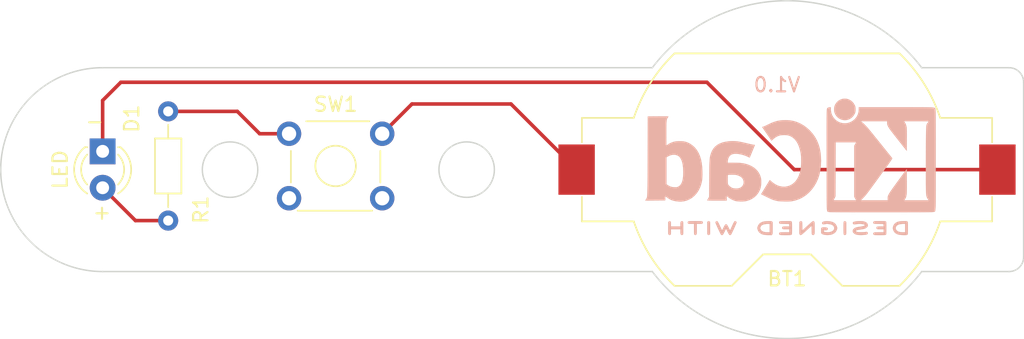
<source format=kicad_pcb>
(kicad_pcb (version 20221018) (generator pcbnew)
  (title_block (title "LED Tourch") (date "2024-01-27") (rev "0.1"))
  (layers (0 "F.Cu" signal) (31 "B.Cu" signal) (34 "B.Paste" user) (35 "F.Paste" user) (36 "B.SilkS" user "B.Silkscreen") (37 "F.SilkS" user "F.Silkscreen") (38 "B.Mask" user) (39 "F.Mask" user) (44 "Edge.Cuts" user))
  (net 0 "")
  (net 1 "/bat_pos")
  (net 2 "/LED_cathode")
  (net 3 "/LED_anode")
  (net 4 "Net-(R1-Pad1)")
  (footprint "Resistor_THT:R_Axial_DIN0204_L3.6mm_D1.6mm_P7.62mm_Horizontal" (layer "F.Cu") (at 109.728 85.09 -90)
    (fp_text reference "R1" (at 6.858 -2.286 -270) (layer "F.SilkS"))
    (fp_text value "R")
    (pad "1" thru_hole circle (at 0 0 270) (size 1.4 1.4) (drill 0.7) (layers "*.Cu" "*.Mask") (net 4 "Net-(R1-Pad1)"))
    (pad "2" thru_hole oval (at 7.62 0 270) (size 1.4 1.4) (drill 0.7) (layers "*.Cu" "*.Mask") (net 3 "/LED_anode"))
  )
  (footprint "Library:SW_TH_Tactile_Omron_B3F-10xx_2" (layer "F.Cu") (at 118.162 86.65)
    (fp_text reference "SW1" (at 3.25 -2.05) (layer "F.SilkS"))
    (fp_text value "SW_DIP_x01")
    (pad "1" thru_hole circle (at 0 0) (size 1.7 1.7) (drill 1) (layers "*.Cu" "*.Mask") (net 4 "Net-(R1-Pad1)"))
    (pad "2" thru_hole circle (at 6.5 0) (size 1.7 1.7) (drill 1) (layers "*.Cu" "*.Mask") (net 1 "/bat_pos"))
    (pad "3" thru_hole circle (at 0 4.5) (size 1.7 1.7) (drill 1) (layers "*.Cu" "*.Mask"))
    (pad "4" thru_hole circle (at 6.5 4.5) (size 1.7 1.7) (drill 1) (layers "*.Cu" "*.Mask"))
  )
  (footprint "LED_THT:LED_D3.0mm" (layer "F.Cu") (at 105.156 87.879 -90)
    (fp_text reference "D1" (at -2.281 -2.032 90) (layer "F.SilkS"))
    (fp_text value "LED" (at 1.27 2.96 90) (layer "F.SilkS"))
    (pad "1" thru_hole rect (at 0 0 270) (size 1.8 1.8) (drill 0.9) (layers "*.Cu" "*.Mask") (net 2 "/LED_cathode"))
    (pad "2" thru_hole circle (at 2.54 0 270) (size 1.8 1.8) (drill 0.9) (layers "*.Cu" "*.Mask") (net 3 "/LED_anode"))
  )
  (footprint "Battery:BatteryHolder_Keystone_1058_1x2032" (layer "F.Cu") (at 152.908 89.154)
    (fp_text reference "BT1" (at 0 7.62) (layer "F.SilkS"))
    (fp_text value "Battery_Cell")
    (pad "1" smd rect (at -14.68 0) (size 2.54 3.51) (layers "F.Cu" "F.Paste" "F.Mask") (net 1 "/bat_pos"))
    (pad "2" smd rect (at 14.68 0) (size 2.54 3.51) (layers "F.Cu" "F.Paste" "F.Mask") (net 2 "/LED_cathode"))
  )
  (footprint "Symbol:KiCad-Logo2_8mm_SilkScreen" (layer "B.Cu") (at 153.162 88.138 180)
    (fp_text reference "REF**" hide)
    (fp_text value "KiCad-Logo2_8mm_SilkScreen" hide)
  )
  (gr_arc (start 143.51 82.042) (mid 152.908 77.368291) (end 162.306 82.042) (stroke (width 0.1)) (layer "Edge.Cuts"))
  (gr_line (start 162.306 96.266) (end 168.402 96.266) (stroke (width 0.1)) (layer "Edge.Cuts"))
  (gr_arc (start 168.402 82.042) (mid 169.12042 82.33958) (end 169.418 83.058) (stroke (width 0.1)) (layer "Edge.Cuts"))
  (gr_arc (start 162.306 96.266) (mid 152.908 100.939709) (end 143.51 96.266) (stroke (width 0.1)) (layer "Edge.Cuts"))
  (gr_line (start 143.51 82.042) (end 105.156 82.042) (stroke (width 0.1)) (layer "Edge.Cuts"))
  (gr_circle (center 130.556 89.154) (end 132.490406 89.154) (stroke (width 0.1)) (fill none) (layer "Edge.Cuts"))
  (gr_arc (start 105.156 96.266) (mid 98.044 89.154) (end 105.156 82.042) (stroke (width 0.1)) (layer "Edge.Cuts"))
  (gr_line (start 105.156 96.266) (end 143.51 96.266) (stroke (width 0.1)) (layer "Edge.Cuts"))
  (gr_arc (start 169.418 95.25) (mid 169.12042 95.96842) (end 168.402 96.266) (stroke (width 0.1)) (layer "Edge.Cuts"))
  (gr_circle (center 114.046 89.154) (end 115.980406 89.154) (stroke (width 0.1)) (fill none) (layer "Edge.Cuts"))
  (gr_line (start 169.418 95.25) (end 169.418 83.058) (stroke (width 0.1)) (layer "Edge.Cuts"))
  (gr_line (start 168.402 82.042) (end 162.306 82.042) (stroke (width 0.1)) (layer "Edge.Cuts"))
  (gr_text "V1.0" (at 153.924 83.82) (layer "B.SilkS") (effects (font (size 1 1)) (justify left bottom mirror)))
  (gr_text "-" (at 103.886 86.36) (layer "F.SilkS") (effects (font (size 1 1)) (justify left bottom)))
  (gr_text "+" (at 104.394 92.71) (layer "F.SilkS") (effects (font (size 1 1)) (justify left bottom)))
  (segment (start 133.648 84.574) (end 126.738 84.574) (width 0.25) (layer "F.Cu") (net 1))
  (segment (start 133.648 84.574) (end 138.228 89.154) (width 0.25) (layer "F.Cu") (net 1))
  (segment (start 126.738 84.574) (end 124.662 86.65) (width 0.25) (layer "F.Cu") (net 1))
  (segment (start 153.416 89.154) (end 167.588 89.154) (width 0.25) (layer "F.Cu") (net 2))
  (segment (start 147.32 83.058) (end 153.416 89.154) (width 0.25) (layer "F.Cu") (net 2))
  (segment (start 105.156 87.879) (end 105.156 84.328) (width 0.25) (layer "F.Cu") (net 2))
  (segment (start 105.156 84.328) (end 106.426 83.058) (width 0.25) (layer "F.Cu") (net 2))
  (segment (start 106.426 83.058) (end 147.32 83.058) (width 0.25) (layer "F.Cu") (net 2))
  (segment (start 107.447 92.71) (end 109.728 92.71) (width 0.25) (layer "F.Cu") (net 3))
  (segment (start 105.156 90.419) (end 107.447 92.71) (width 0.25) (layer "F.Cu") (net 3))
  (segment (start 116.114 86.65) (end 118.162 86.65) (width 0.25) (layer "F.Cu") (net 4))
  (segment (start 114.554 85.09) (end 116.114 86.65) (width 0.25) (layer "F.Cu") (net 4))
  (segment (start 109.728 85.09) (end 114.554 85.09) (width 0.25) (layer "F.Cu") (net 4))
)
</source>
